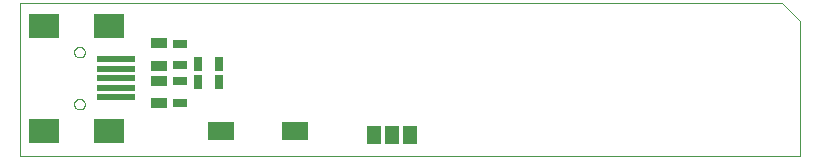
<source format=gtp>
G75*
%MOIN*%
%OFA0B0*%
%FSLAX25Y25*%
%IPPOS*%
%LPD*%
%AMOC8*
5,1,8,0,0,1.08239X$1,22.5*
%
%ADD10C,0.00000*%
%ADD11R,0.04724X0.03150*%
%ADD12R,0.03150X0.04724*%
%ADD13R,0.09843X0.07874*%
%ADD14R,0.12992X0.01969*%
%ADD15R,0.09055X0.06299*%
%ADD16R,0.05512X0.03543*%
%ADD17R,0.04600X0.06300*%
D10*
X0004478Y0001500D02*
X0004478Y0052511D01*
X0258478Y0052500D01*
X0258589Y0052411D01*
X0264479Y0046511D01*
X0264479Y0001500D01*
X0004478Y0001500D01*
X0022706Y0018839D02*
X0022708Y0018923D01*
X0022714Y0019006D01*
X0022724Y0019089D01*
X0022738Y0019172D01*
X0022755Y0019254D01*
X0022777Y0019335D01*
X0022802Y0019414D01*
X0022831Y0019493D01*
X0022864Y0019570D01*
X0022900Y0019645D01*
X0022940Y0019719D01*
X0022983Y0019791D01*
X0023030Y0019860D01*
X0023080Y0019927D01*
X0023133Y0019992D01*
X0023189Y0020054D01*
X0023247Y0020114D01*
X0023309Y0020171D01*
X0023373Y0020224D01*
X0023440Y0020275D01*
X0023509Y0020322D01*
X0023580Y0020367D01*
X0023653Y0020407D01*
X0023728Y0020444D01*
X0023805Y0020478D01*
X0023883Y0020508D01*
X0023962Y0020534D01*
X0024043Y0020557D01*
X0024125Y0020575D01*
X0024207Y0020590D01*
X0024290Y0020601D01*
X0024373Y0020608D01*
X0024457Y0020611D01*
X0024541Y0020610D01*
X0024624Y0020605D01*
X0024708Y0020596D01*
X0024790Y0020583D01*
X0024872Y0020567D01*
X0024953Y0020546D01*
X0025034Y0020522D01*
X0025112Y0020494D01*
X0025190Y0020462D01*
X0025266Y0020426D01*
X0025340Y0020387D01*
X0025412Y0020345D01*
X0025482Y0020299D01*
X0025550Y0020250D01*
X0025615Y0020198D01*
X0025678Y0020143D01*
X0025738Y0020085D01*
X0025796Y0020024D01*
X0025850Y0019960D01*
X0025902Y0019894D01*
X0025950Y0019826D01*
X0025995Y0019755D01*
X0026036Y0019682D01*
X0026075Y0019608D01*
X0026109Y0019532D01*
X0026140Y0019454D01*
X0026167Y0019375D01*
X0026191Y0019294D01*
X0026210Y0019213D01*
X0026226Y0019131D01*
X0026238Y0019048D01*
X0026246Y0018964D01*
X0026250Y0018881D01*
X0026250Y0018797D01*
X0026246Y0018714D01*
X0026238Y0018630D01*
X0026226Y0018547D01*
X0026210Y0018465D01*
X0026191Y0018384D01*
X0026167Y0018303D01*
X0026140Y0018224D01*
X0026109Y0018146D01*
X0026075Y0018070D01*
X0026036Y0017996D01*
X0025995Y0017923D01*
X0025950Y0017852D01*
X0025902Y0017784D01*
X0025850Y0017718D01*
X0025796Y0017654D01*
X0025738Y0017593D01*
X0025678Y0017535D01*
X0025615Y0017480D01*
X0025550Y0017428D01*
X0025482Y0017379D01*
X0025412Y0017333D01*
X0025340Y0017291D01*
X0025266Y0017252D01*
X0025190Y0017216D01*
X0025112Y0017184D01*
X0025034Y0017156D01*
X0024953Y0017132D01*
X0024872Y0017111D01*
X0024790Y0017095D01*
X0024708Y0017082D01*
X0024624Y0017073D01*
X0024541Y0017068D01*
X0024457Y0017067D01*
X0024373Y0017070D01*
X0024290Y0017077D01*
X0024207Y0017088D01*
X0024125Y0017103D01*
X0024043Y0017121D01*
X0023962Y0017144D01*
X0023883Y0017170D01*
X0023805Y0017200D01*
X0023728Y0017234D01*
X0023653Y0017271D01*
X0023580Y0017311D01*
X0023509Y0017356D01*
X0023440Y0017403D01*
X0023373Y0017454D01*
X0023309Y0017507D01*
X0023247Y0017564D01*
X0023189Y0017624D01*
X0023133Y0017686D01*
X0023080Y0017751D01*
X0023030Y0017818D01*
X0022983Y0017887D01*
X0022940Y0017959D01*
X0022900Y0018033D01*
X0022864Y0018108D01*
X0022831Y0018185D01*
X0022802Y0018264D01*
X0022777Y0018343D01*
X0022755Y0018424D01*
X0022738Y0018506D01*
X0022724Y0018589D01*
X0022714Y0018672D01*
X0022708Y0018755D01*
X0022706Y0018839D01*
X0022706Y0036161D02*
X0022708Y0036245D01*
X0022714Y0036328D01*
X0022724Y0036411D01*
X0022738Y0036494D01*
X0022755Y0036576D01*
X0022777Y0036657D01*
X0022802Y0036736D01*
X0022831Y0036815D01*
X0022864Y0036892D01*
X0022900Y0036967D01*
X0022940Y0037041D01*
X0022983Y0037113D01*
X0023030Y0037182D01*
X0023080Y0037249D01*
X0023133Y0037314D01*
X0023189Y0037376D01*
X0023247Y0037436D01*
X0023309Y0037493D01*
X0023373Y0037546D01*
X0023440Y0037597D01*
X0023509Y0037644D01*
X0023580Y0037689D01*
X0023653Y0037729D01*
X0023728Y0037766D01*
X0023805Y0037800D01*
X0023883Y0037830D01*
X0023962Y0037856D01*
X0024043Y0037879D01*
X0024125Y0037897D01*
X0024207Y0037912D01*
X0024290Y0037923D01*
X0024373Y0037930D01*
X0024457Y0037933D01*
X0024541Y0037932D01*
X0024624Y0037927D01*
X0024708Y0037918D01*
X0024790Y0037905D01*
X0024872Y0037889D01*
X0024953Y0037868D01*
X0025034Y0037844D01*
X0025112Y0037816D01*
X0025190Y0037784D01*
X0025266Y0037748D01*
X0025340Y0037709D01*
X0025412Y0037667D01*
X0025482Y0037621D01*
X0025550Y0037572D01*
X0025615Y0037520D01*
X0025678Y0037465D01*
X0025738Y0037407D01*
X0025796Y0037346D01*
X0025850Y0037282D01*
X0025902Y0037216D01*
X0025950Y0037148D01*
X0025995Y0037077D01*
X0026036Y0037004D01*
X0026075Y0036930D01*
X0026109Y0036854D01*
X0026140Y0036776D01*
X0026167Y0036697D01*
X0026191Y0036616D01*
X0026210Y0036535D01*
X0026226Y0036453D01*
X0026238Y0036370D01*
X0026246Y0036286D01*
X0026250Y0036203D01*
X0026250Y0036119D01*
X0026246Y0036036D01*
X0026238Y0035952D01*
X0026226Y0035869D01*
X0026210Y0035787D01*
X0026191Y0035706D01*
X0026167Y0035625D01*
X0026140Y0035546D01*
X0026109Y0035468D01*
X0026075Y0035392D01*
X0026036Y0035318D01*
X0025995Y0035245D01*
X0025950Y0035174D01*
X0025902Y0035106D01*
X0025850Y0035040D01*
X0025796Y0034976D01*
X0025738Y0034915D01*
X0025678Y0034857D01*
X0025615Y0034802D01*
X0025550Y0034750D01*
X0025482Y0034701D01*
X0025412Y0034655D01*
X0025340Y0034613D01*
X0025266Y0034574D01*
X0025190Y0034538D01*
X0025112Y0034506D01*
X0025034Y0034478D01*
X0024953Y0034454D01*
X0024872Y0034433D01*
X0024790Y0034417D01*
X0024708Y0034404D01*
X0024624Y0034395D01*
X0024541Y0034390D01*
X0024457Y0034389D01*
X0024373Y0034392D01*
X0024290Y0034399D01*
X0024207Y0034410D01*
X0024125Y0034425D01*
X0024043Y0034443D01*
X0023962Y0034466D01*
X0023883Y0034492D01*
X0023805Y0034522D01*
X0023728Y0034556D01*
X0023653Y0034593D01*
X0023580Y0034633D01*
X0023509Y0034678D01*
X0023440Y0034725D01*
X0023373Y0034776D01*
X0023309Y0034829D01*
X0023247Y0034886D01*
X0023189Y0034946D01*
X0023133Y0035008D01*
X0023080Y0035073D01*
X0023030Y0035140D01*
X0022983Y0035209D01*
X0022940Y0035281D01*
X0022900Y0035355D01*
X0022864Y0035430D01*
X0022831Y0035507D01*
X0022802Y0035586D01*
X0022777Y0035665D01*
X0022755Y0035746D01*
X0022738Y0035828D01*
X0022724Y0035911D01*
X0022714Y0035994D01*
X0022708Y0036077D01*
X0022706Y0036161D01*
D11*
X0057978Y0038943D03*
X0057978Y0031857D03*
X0057978Y0026443D03*
X0057978Y0019357D03*
D12*
X0063935Y0026200D03*
X0071022Y0026200D03*
X0071022Y0032100D03*
X0063935Y0032100D03*
D13*
X0034321Y0045020D03*
X0012667Y0045020D03*
X0012667Y0009980D03*
X0034321Y0009980D03*
D14*
X0036683Y0021201D03*
X0036683Y0024350D03*
X0036683Y0027500D03*
X0036683Y0030650D03*
X0036683Y0033799D03*
D15*
X0071577Y0010000D03*
X0096380Y0010000D03*
D16*
X0050978Y0019160D03*
X0050978Y0026640D03*
X0050978Y0031660D03*
X0050978Y0039140D03*
D17*
X0122778Y0008700D03*
X0128778Y0008700D03*
X0134778Y0008700D03*
M02*

</source>
